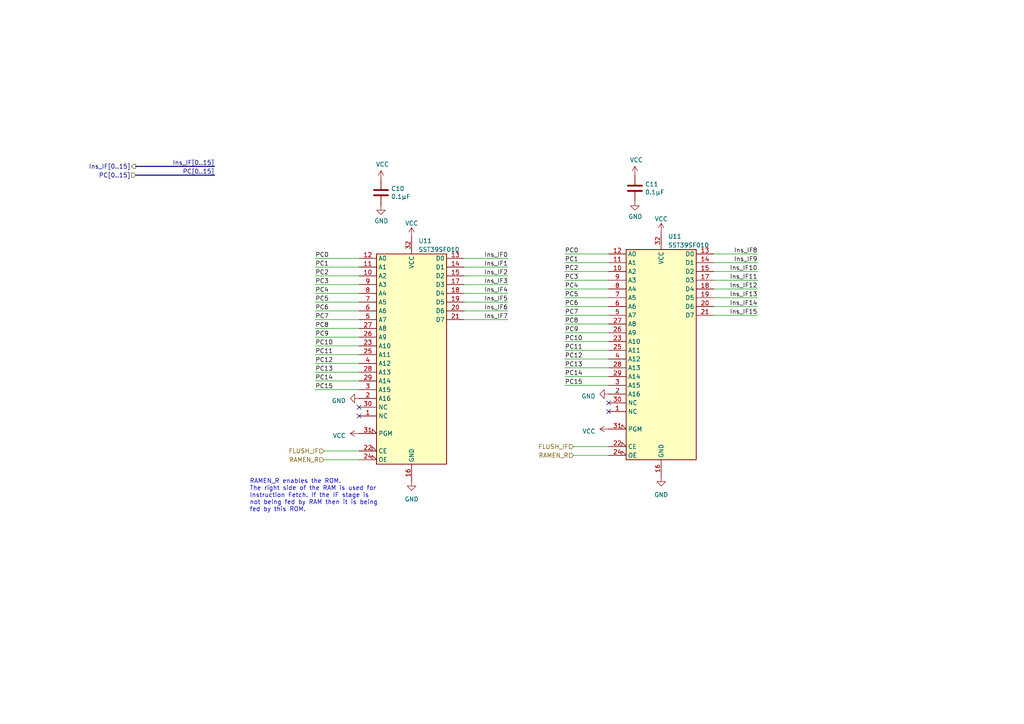
<source format=kicad_sch>
(kicad_sch (version 20230121) (generator eeschema)
  (paper "A4")
  (title_block (date "2023-11-04") (rev "D"))
  (lib_symbols
    (symbol "Device:C" (pin_numbers hide) (pin_names (offset 0.254))
      (property "Reference" "C" (at 0.635 2.54 0))
      (property "Value" "C" (at 0.635 -2.54 0))
      (symbol "C_0_1"
        (polyline (pts (xy -2.032 -0.762) (xy 2.032 -0.762)) (stroke (width 0.508)))
        (polyline (pts (xy -2.032 0.762) (xy 2.032 0.762)) (stroke (width 0.508)))
      )
      (symbol "C_1_1"
        (pin passive line (at 0 3.81 270) (length 2.794) (name "~") (number "1"))
        (pin passive line (at 0 -3.81 90) (length 2.794) (name "~") (number "2"))
      )
    )
    (symbol "Memory_Flash:SST39SF010"
      (property "Reference" "U" (at 2.54 33.02 0))
      (property "Value" "SST39SF010" (at 0 -30.48 0))
      (symbol "SST39SF010_0_0"
        (pin power_in line (at 0 -34.29 90) (length 5.08) (name "GND") (number "16"))
        (pin power_in line (at 0 36.83 270) (length 5.08) (name "VCC") (number "32"))
      )
      (symbol "SST39SF010_0_1"
        (rectangle (start -10.16 31.75) (end 10.16 -29.21) (stroke (width 0.254)) (fill (type background)))
      )
      (symbol "SST39SF010_1_1"
        (pin input line (at -15.24 -15.24 0) (length 5.08) (name "NC") (number "1"))
        (pin input line (at -15.24 25.4 0) (length 5.08) (name "A2") (number "10"))
        (pin input line (at -15.24 27.94 0) (length 5.08) (name "A1") (number "11"))
        (pin input line (at -15.24 30.48 0) (length 5.08) (name "A0") (number "12"))
        (pin tri_state line (at 15.24 30.48 180) (length 5.08) (name "D0") (number "13"))
        (pin tri_state line (at 15.24 27.94 180) (length 5.08) (name "D1") (number "14"))
        (pin tri_state line (at 15.24 25.4 180) (length 5.08) (name "D2") (number "15"))
        (pin tri_state line (at 15.24 22.86 180) (length 5.08) (name "D3") (number "17"))
        (pin tri_state line (at 15.24 20.32 180) (length 5.08) (name "D4") (number "18"))
        (pin tri_state line (at 15.24 17.78 180) (length 5.08) (name "D5") (number "19"))
        (pin input line (at -15.24 -10.16 0) (length 5.08) (name "A16") (number "2"))
        (pin tri_state line (at 15.24 15.24 180) (length 5.08) (name "D6") (number "20"))
        (pin tri_state line (at 15.24 12.7 180) (length 5.08) (name "D7") (number "21"))
        (pin input input_low (at -15.24 -25.4 0) (length 5.08) (name "CE") (number "22"))
        (pin input line (at -15.24 5.08 0) (length 5.08) (name "A10") (number "23"))
        (pin input input_low (at -15.24 -27.94 0) (length 5.08) (name "OE") (number "24"))
        (pin input line (at -15.24 2.54 0) (length 5.08) (name "A11") (number "25"))
        (pin input line (at -15.24 7.62 0) (length 5.08) (name "A9") (number "26"))
        (pin input line (at -15.24 10.16 0) (length 5.08) (name "A8") (number "27"))
        (pin input line (at -15.24 -2.54 0) (length 5.08) (name "A13") (number "28"))
        (pin input line (at -15.24 -5.08 0) (length 5.08) (name "A14") (number "29"))
        (pin input line (at -15.24 -7.62 0) (length 5.08) (name "A15") (number "3"))
        (pin input line (at -15.24 -12.7 0) (length 5.08) (name "NC") (number "30"))
        (pin input input_low (at -15.24 -20.32 0) (length 5.08) (name "PGM") (number "31"))
        (pin input line (at -15.24 0 0) (length 5.08) (name "A12") (number "4"))
        (pin input line (at -15.24 12.7 0) (length 5.08) (name "A7") (number "5"))
        (pin input line (at -15.24 15.24 0) (length 5.08) (name "A6") (number "6"))
        (pin input line (at -15.24 17.78 0) (length 5.08) (name "A5") (number "7"))
        (pin input line (at -15.24 20.32 0) (length 5.08) (name "A4") (number "8"))
        (pin input line (at -15.24 22.86 0) (length 5.08) (name "A3") (number "9"))
      )
    )
    (symbol "power:GND" (power) (pin_names (offset 0))
      (property "Value" "GND" (at 0 -3.81 0))
      (symbol "GND_0_1"
        (polyline (pts (xy 0 0) (xy 0 -1.27) (xy 1.27 -1.27) (xy 0 -2.54) (xy -1.27 -1.27) (xy 0 -1.27)))
      )
      (symbol "GND_1_1"
        (pin power_in line (at 0 0 270) (length 0) hide (name "GND") (number "1"))
      )
    )
    (symbol "power:VCC" (power) (pin_names (offset 0))
      (property "Value" "VCC" (at 0 3.81 0))
      (symbol "VCC_0_1"
        (polyline (pts (xy -0.762 1.27) (xy 0 2.54)))
        (polyline (pts (xy 0 0) (xy 0 2.54)))
        (polyline (pts (xy 0 2.54) (xy 0.762 1.27)))
      )
      (symbol "VCC_1_1"
        (pin power_in line (at 0 0 90) (length 0) hide (name "VCC") (number "1"))
      )
    )
  )
  (no_connect (at 176.53 119.38))
  (no_connect (at 104.14 118.11))
  (no_connect (at 104.14 120.65))
  (no_connect (at 176.53 116.84))
  (wire (pts (xy 91.44 85.09) (xy 104.14 85.09)))
  (wire (pts (xy 147.32 90.17) (xy 134.62 90.17)))
  (wire (pts (xy 163.83 101.6) (xy 176.53 101.6)))
  (wire (pts (xy 91.44 105.41) (xy 104.14 105.41)))
  (wire (pts (xy 163.83 81.28) (xy 176.53 81.28)))
  (wire (pts (xy 163.83 91.44) (xy 176.53 91.44)))
  (wire (pts (xy 91.44 80.01) (xy 104.14 80.01)))
  (wire (pts (xy 219.71 76.2) (xy 207.01 76.2)))
  (wire (pts (xy 91.44 92.71) (xy 104.14 92.71)))
  (wire (pts (xy 163.83 93.98) (xy 176.53 93.98)))
  (wire (pts (xy 91.44 113.03) (xy 104.14 113.03)))
  (wire (pts (xy 91.44 77.47) (xy 104.14 77.47)))
  (wire (pts (xy 91.44 107.95) (xy 104.14 107.95)))
  (wire (pts (xy 219.71 83.82) (xy 207.01 83.82)))
  (wire (pts (xy 147.32 80.01) (xy 134.62 80.01)))
  (wire (pts (xy 219.71 81.28) (xy 207.01 81.28)))
  (wire (pts (xy 91.44 100.33) (xy 104.14 100.33)))
  (bus (pts (xy 39.37 50.8) (xy 62.23 50.8)))
  (wire (pts (xy 147.32 92.71) (xy 134.62 92.71)))
  (wire (pts (xy 163.83 76.2) (xy 176.53 76.2)))
  (wire (pts (xy 163.83 111.76) (xy 176.53 111.76)))
  (wire (pts (xy 166.37 132.08) (xy 176.53 132.08)))
  (wire (pts (xy 163.83 78.74) (xy 176.53 78.74)))
  (wire (pts (xy 163.83 86.36) (xy 176.53 86.36)))
  (bus (pts (xy 39.37 48.26) (xy 62.23 48.26)))
  (wire (pts (xy 91.44 90.17) (xy 104.14 90.17)))
  (wire (pts (xy 91.44 87.63) (xy 104.14 87.63)))
  (wire (pts (xy 91.44 74.93) (xy 104.14 74.93)))
  (wire (pts (xy 147.32 74.93) (xy 134.62 74.93)))
  (wire (pts (xy 219.71 91.44) (xy 207.01 91.44)))
  (wire (pts (xy 147.32 77.47) (xy 134.62 77.47)))
  (wire (pts (xy 219.71 86.36) (xy 207.01 86.36)))
  (wire (pts (xy 219.71 88.9) (xy 207.01 88.9)))
  (wire (pts (xy 147.32 85.09) (xy 134.62 85.09)))
  (wire (pts (xy 147.32 87.63) (xy 134.62 87.63)))
  (wire (pts (xy 219.71 78.74) (xy 207.01 78.74)))
  (wire (pts (xy 163.83 104.14) (xy 176.53 104.14)))
  (wire (pts (xy 91.44 110.49) (xy 104.14 110.49)))
  (wire (pts (xy 163.83 109.22) (xy 176.53 109.22)))
  (wire (pts (xy 163.83 73.66) (xy 176.53 73.66)))
  (wire (pts (xy 91.44 95.25) (xy 104.14 95.25)))
  (wire (pts (xy 163.83 96.52) (xy 176.53 96.52)))
  (wire (pts (xy 91.44 97.79) (xy 104.14 97.79)))
  (wire (pts (xy 91.44 102.87) (xy 104.14 102.87)))
  (wire (pts (xy 163.83 88.9) (xy 176.53 88.9)))
  (wire (pts (xy 219.71 73.66) (xy 207.01 73.66)))
  (wire (pts (xy 91.44 82.55) (xy 104.14 82.55)))
  (wire (pts (xy 93.98 133.35) (xy 104.14 133.35)))
  (wire (pts (xy 93.98 130.81) (xy 104.14 130.81)))
  (wire (pts (xy 147.32 82.55) (xy 134.62 82.55)))
  (wire (pts (xy 163.83 83.82) (xy 176.53 83.82)))
  (wire (pts (xy 163.83 106.68) (xy 176.53 106.68)))
  (wire (pts (xy 166.37 129.54) (xy 176.53 129.54)))
  (wire (pts (xy 163.83 99.06) (xy 176.53 99.06)))
  (text "RAMEN_R enables the ROM.\nThe right side of the RAM is used for\nInstruction Fetch. If the IF stage is\nnot being fed by RAM then it is being\nfed by this ROM." (at 72.39 148.59 0) (effects (font (size 1.27 1.27)) (justify left bottom)))
  (label "PC14" (at 163.83 109.22 0))
  (label "PC15" (at 163.83 111.76 0))
  (label "Ins_IF2" (at 147.32 80.01 180))
  (label "Ins_IF11" (at 219.71 81.28 180))
  (label "PC15" (at 91.44 113.03 0))
  (label "PC8" (at 91.44 95.25 0))
  (label "PC10" (at 91.44 100.33 0))
  (label "PC[0..15]" (at 62.23 50.8 180))
  (label "PC0" (at 91.44 74.93 0))
  (label "PC0" (at 163.83 73.66 0))
  (label "Ins_IF[0..15]" (at 62.23 48.26 180))
  (label "Ins_IF3" (at 147.32 82.55 180))
  (label "PC6" (at 163.83 88.9 0))
  (label "Ins_IF8" (at 219.71 73.66 180))
  (label "PC14" (at 91.44 110.49 0))
  (label "PC13" (at 163.83 106.68 0))
  (label "PC4" (at 91.44 85.09 0))
  (label "PC2" (at 163.83 78.74 0))
  (label "PC9" (at 163.83 96.52 0))
  (label "PC1" (at 91.44 77.47 0))
  (label "PC10" (at 163.83 99.06 0))
  (label "Ins_IF5" (at 147.32 87.63 180))
  (label "PC11" (at 163.83 101.6 0))
  (label "Ins_IF13" (at 219.71 86.36 180))
  (label "Ins_IF15" (at 219.71 91.44 180))
  (label "Ins_IF14" (at 219.71 88.9 180))
  (label "Ins_IF9" (at 219.71 76.2 180))
  (label "Ins_IF4" (at 147.32 85.09 180))
  (label "PC3" (at 163.83 81.28 0))
  (label "PC2" (at 91.44 80.01 0))
  (label "PC9" (at 91.44 97.79 0))
  (label "Ins_IF6" (at 147.32 90.17 180))
  (label "PC5" (at 91.44 87.63 0))
  (label "PC11" (at 91.44 102.87 0))
  (label "PC13" (at 91.44 107.95 0))
  (label "Ins_IF1" (at 147.32 77.47 180))
  (label "PC7" (at 163.83 91.44 0))
  (label "PC7" (at 91.44 92.71 0))
  (label "PC6" (at 91.44 90.17 0))
  (label "PC1" (at 163.83 76.2 0))
  (label "Ins_IF12" (at 219.71 83.82 180))
  (label "PC5" (at 163.83 86.36 0))
  (label "PC12" (at 163.83 104.14 0))
  (label "Ins_IF7" (at 147.32 92.71 180))
  (label "Ins_IF0" (at 147.32 74.93 180))
  (label "PC4" (at 163.83 83.82 0))
  (label "PC8" (at 163.83 93.98 0))
  (label "Ins_IF10" (at 219.71 78.74 180))
  (label "PC12" (at 91.44 105.41 0))
  (label "PC3" (at 91.44 82.55 0))
  (hierarchical_label "Ins_IF[0..15]" (shape output) (at 39.37 48.26 180))
  (hierarchical_label "FLUSH_IF" (shape input) (at 93.98 130.81 180))
  (hierarchical_label "PC[0..15]" (shape input) (at 39.37 50.8 180))
  (hierarchical_label "FLUSH_IF" (shape input) (at 166.37 129.54 180))
  (hierarchical_label "RAMEN_R" (shape input) (at 166.37 132.08 180))
  (hierarchical_label "RAMEN_R" (shape input) (at 93.98 133.35 180))
  (symbol (lib_id "power:VCC") (at 110.49 52.07 0) (unit 1)
    (property "Reference" "#PWR0124" (effects hide))
    (property "Value" "VCC" (at 110.9218 47.6758 0))
    (instances (project "MEMModule" (path "" (reference "#PWR0124") (unit 1)) (path "" (reference "#PWR0150") (unit 1))))
  )
  (symbol (lib_id "power:VCC") (at 176.53 124.46 90) (unit 1)
    (property "Reference" "#PWR0155" (effects hide))
    (property "Value" "VCC" (at 172.72 125.095 90) (effects (justify left)))
  )
  (symbol (lib_id "Memory_Flash:SST39SF010") (at 119.38 105.41 0) (unit 1)
    (property "Reference" "U11" (at 121.3359 69.85 0) (effects (justify left)))
    (property "Value" "SST39SF010" (at 121.3359 72.39 0) (effects (justify left)))
    (property "Footprint" "Package_LCC:843221B1RKTP" (effects hide))
    (property "Datasheet" "http://ww1.microchip.com/downloads/en/DeviceDoc/25022B.pdf" (effects hide))
    (property "Mouser" "https://www.mouser.com/ProductDetail/Microchip-Technology/SST39SF010A-45-4I-NHE?qs=tIuBKjZQlcn4x3o3EE%252B3qw%3D%3D" (effects hide))
    (property "Mouser2" "https://www.mouser.com/ProductDetail/517-8432-21B1-RK-TP" (effects hide))
  )
  (symbol (lib_id "power:GND") (at 191.77 138.43 0) (unit 1)
    (property "Reference" "#PWR0151" (effects hide))
    (property "Value" "GND" (at 191.77 143.51 0))
    (instances (project "MEMModule" (path "" (reference "#PWR0151") (unit 1)) (path "" (reference "#PWR0159") (unit 1))))
  )
  (symbol (lib_id "Device:C") (at 184.15 54.61 0) (unit 1)
    (property "Reference" "C11" (at 187.071 53.4416 0) (effects (justify left)))
    (property "Value" "0.1μF" (at 187.071 55.753 0) (effects (justify left)))
    (property "Footprint" "Capacitor_SMD:C_0603_1608Metric_Pad1.08x0.95mm_HandSolder" (effects hide))
    (property "Mouser" "https://www.mouser.com/ProductDetail/963-EMK107B7104KAHT" (effects hide))
    (instances (project "MEMModule" (path "" (reference "C11") (unit 1)) (path "" (reference "C15") (unit 1))))
  )
  (symbol (lib_id "power:GND") (at 184.15 58.42 0) (unit 1)
    (property "Reference" "#PWR0113" (effects hide))
    (property "Value" "GND" (at 184.277 62.8142 0))
    (instances (project "MEMModule" (path "" (reference "#PWR0113") (unit 1)) (path "" (reference "#PWR0157") (unit 1))))
  )
  (symbol (lib_id "power:VCC") (at 104.14 125.73 90) (unit 1)
    (property "Reference" "#PWR0149" (effects hide))
    (property "Value" "VCC" (at 100.33 126.365 90) (effects (justify left)))
  )
  (symbol (lib_id "power:VCC") (at 119.38 68.58 0) (unit 1)
    (property "Reference" "#PWR0150" (effects hide))
    (property "Value" "VCC" (at 119.38 64.77 0))
    (instances (project "MEMModule" (path "" (reference "#PWR0150") (unit 1)) (path "" (reference "#PWR0152") (unit 1))))
  )
  (symbol (lib_id "power:GND") (at 119.38 139.7 0) (unit 1)
    (property "Reference" "#PWR0151" (effects hide))
    (property "Value" "GND" (at 119.38 144.78 0))
    (instances (project "MEMModule" (path "" (reference "#PWR0151") (unit 1)) (path "" (reference "#PWR0153") (unit 1))))
  )
  (symbol (lib_id "power:GND") (at 176.53 114.3 270) (unit 1)
    (property "Reference" "#PWR0154" (effects hide))
    (property "Value" "GND" (at 172.72 114.935 90) (effects (justify right)))
  )
  (symbol (lib_id "power:VCC") (at 184.15 50.8 0) (unit 1)
    (property "Reference" "#PWR0112" (effects hide))
    (property "Value" "VCC" (at 184.5818 46.4058 0))
    (instances (project "MEMModule" (path "" (reference "#PWR0112") (unit 1)) (path "" (reference "#PWR0156") (unit 1))))
  )
  (symbol (lib_id "Device:C") (at 110.49 55.88 0) (unit 1)
    (property "Reference" "C10" (at 113.411 54.7116 0) (effects (justify left)))
    (property "Value" "0.1μF" (at 113.411 57.023 0) (effects (justify left)))
    (property "Footprint" "Capacitor_SMD:C_0603_1608Metric_Pad1.08x0.95mm_HandSolder" (effects hide))
    (property "Mouser" "https://www.mouser.com/ProductDetail/963-EMK107B7104KAHT" (effects hide))
    (instances (project "MEMModule" (path "" (reference "C10") (unit 1)) (path "" (reference "C14") (unit 1))))
  )
  (symbol (lib_id "Memory_Flash:SST39SF010") (at 191.77 104.14 0) (unit 1)
    (property "Reference" "U11" (at 193.7259 68.58 0) (effects (justify left)))
    (property "Value" "SST39SF010" (at 193.7259 71.12 0) (effects (justify left)))
    (property "Footprint" "Package_LCC:843221B1RKTP" (effects hide))
    (property "Datasheet" "http://ww1.microchip.com/downloads/en/DeviceDoc/25022B.pdf" (effects hide))
    (property "Mouser" "https://www.mouser.com/ProductDetail/Microchip-Technology/SST39SF010A-45-4I-NHE?qs=tIuBKjZQlcn4x3o3EE%252B3qw%3D%3D" (effects hide))
    (property "Mouser2" "https://www.mouser.com/ProductDetail/517-8432-21B1-RK-TP" (effects hide))
    (instances (project "MEMModule" (path "" (reference "U11") (unit 1)) (path "" (reference "U12") (unit 1))))
  )
  (symbol (lib_id "power:GND") (at 110.49 59.69 0) (unit 1)
    (property "Reference" "#PWR0125" (effects hide))
    (property "Value" "GND" (at 110.617 64.0842 0))
    (instances (project "MEMModule" (path "" (reference "#PWR0125") (unit 1)) (path "" (reference "#PWR0151") (unit 1))))
  )
  (symbol (lib_id "power:VCC") (at 191.77 67.31 0) (unit 1)
    (property "Reference" "#PWR0150" (effects hide))
    (property "Value" "VCC" (at 191.77 63.5 0))
    (instances (project "MEMModule" (path "" (reference "#PWR0150") (unit 1)) (path "" (reference "#PWR0158") (unit 1))))
  )
  (symbol (lib_id "power:GND") (at 104.14 115.57 270) (unit 1)
    (property "Reference" "#PWR0148" (effects hide))
    (property "Value" "GND" (at 100.33 116.205 90) (effects (justify right)))
  )
)
</source>
